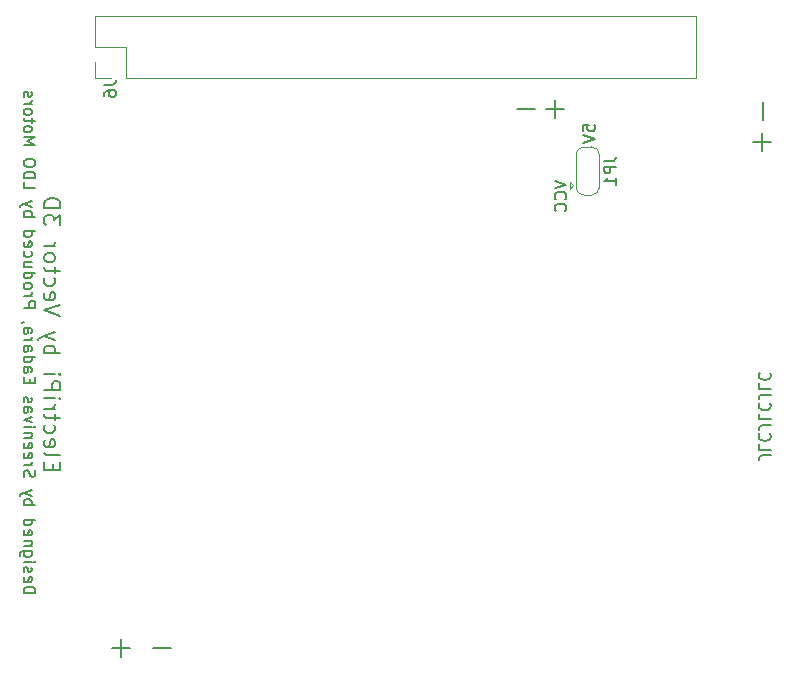
<source format=gbr>
%TF.GenerationSoftware,KiCad,Pcbnew,(6.0.4)*%
%TF.CreationDate,2022-07-11T14:54:25+01:00*%
%TF.ProjectId,PowerPi,506f7765-7250-4692-9e6b-696361645f70,rev?*%
%TF.SameCoordinates,Original*%
%TF.FileFunction,Legend,Bot*%
%TF.FilePolarity,Positive*%
%FSLAX46Y46*%
G04 Gerber Fmt 4.6, Leading zero omitted, Abs format (unit mm)*
G04 Created by KiCad (PCBNEW (6.0.4)) date 2022-07-11 14:54:25*
%MOMM*%
%LPD*%
G01*
G04 APERTURE LIST*
%ADD10C,0.200000*%
%ADD11C,0.150000*%
%ADD12C,0.120000*%
G04 APERTURE END LIST*
D10*
X88700000Y-92566666D02*
X88700000Y-92100000D01*
X87966666Y-91900000D02*
X87966666Y-92566666D01*
X89366666Y-92566666D01*
X89366666Y-91900000D01*
X87966666Y-91100000D02*
X88033333Y-91233333D01*
X88166666Y-91300000D01*
X89366666Y-91300000D01*
X88033333Y-90033333D02*
X87966666Y-90166666D01*
X87966666Y-90433333D01*
X88033333Y-90566666D01*
X88166666Y-90633333D01*
X88700000Y-90633333D01*
X88833333Y-90566666D01*
X88900000Y-90433333D01*
X88900000Y-90166666D01*
X88833333Y-90033333D01*
X88700000Y-89966666D01*
X88566666Y-89966666D01*
X88433333Y-90633333D01*
X88033333Y-88766666D02*
X87966666Y-88900000D01*
X87966666Y-89166666D01*
X88033333Y-89300000D01*
X88100000Y-89366666D01*
X88233333Y-89433333D01*
X88633333Y-89433333D01*
X88766666Y-89366666D01*
X88833333Y-89300000D01*
X88900000Y-89166666D01*
X88900000Y-88900000D01*
X88833333Y-88766666D01*
X88900000Y-88366666D02*
X88900000Y-87833333D01*
X89366666Y-88166666D02*
X88166666Y-88166666D01*
X88033333Y-88100000D01*
X87966666Y-87966666D01*
X87966666Y-87833333D01*
X87966666Y-87366666D02*
X88900000Y-87366666D01*
X88633333Y-87366666D02*
X88766666Y-87300000D01*
X88833333Y-87233333D01*
X88900000Y-87100000D01*
X88900000Y-86966666D01*
X87966666Y-86500000D02*
X88900000Y-86500000D01*
X89366666Y-86500000D02*
X89300000Y-86566666D01*
X89233333Y-86500000D01*
X89300000Y-86433333D01*
X89366666Y-86500000D01*
X89233333Y-86500000D01*
X87966666Y-85833333D02*
X89366666Y-85833333D01*
X89366666Y-85300000D01*
X89300000Y-85166666D01*
X89233333Y-85100000D01*
X89100000Y-85033333D01*
X88900000Y-85033333D01*
X88766666Y-85100000D01*
X88700000Y-85166666D01*
X88633333Y-85300000D01*
X88633333Y-85833333D01*
X87966666Y-84433333D02*
X88900000Y-84433333D01*
X89366666Y-84433333D02*
X89300000Y-84500000D01*
X89233333Y-84433333D01*
X89300000Y-84366666D01*
X89366666Y-84433333D01*
X89233333Y-84433333D01*
X87966666Y-82700000D02*
X89366666Y-82700000D01*
X88833333Y-82700000D02*
X88900000Y-82566666D01*
X88900000Y-82300000D01*
X88833333Y-82166666D01*
X88766666Y-82100000D01*
X88633333Y-82033333D01*
X88233333Y-82033333D01*
X88100000Y-82100000D01*
X88033333Y-82166666D01*
X87966666Y-82300000D01*
X87966666Y-82566666D01*
X88033333Y-82700000D01*
X88900000Y-81566666D02*
X87966666Y-81233333D01*
X88900000Y-80900000D02*
X87966666Y-81233333D01*
X87633333Y-81366666D01*
X87566666Y-81433333D01*
X87500000Y-81566666D01*
X89366666Y-79500000D02*
X87966666Y-79033333D01*
X89366666Y-78566666D01*
X88033333Y-77566666D02*
X87966666Y-77700000D01*
X87966666Y-77966666D01*
X88033333Y-78100000D01*
X88166666Y-78166666D01*
X88700000Y-78166666D01*
X88833333Y-78100000D01*
X88900000Y-77966666D01*
X88900000Y-77700000D01*
X88833333Y-77566666D01*
X88700000Y-77500000D01*
X88566666Y-77500000D01*
X88433333Y-78166666D01*
X88033333Y-76300000D02*
X87966666Y-76433333D01*
X87966666Y-76700000D01*
X88033333Y-76833333D01*
X88100000Y-76900000D01*
X88233333Y-76966666D01*
X88633333Y-76966666D01*
X88766666Y-76900000D01*
X88833333Y-76833333D01*
X88900000Y-76700000D01*
X88900000Y-76433333D01*
X88833333Y-76300000D01*
X88900000Y-75900000D02*
X88900000Y-75366666D01*
X89366666Y-75700000D02*
X88166666Y-75700000D01*
X88033333Y-75633333D01*
X87966666Y-75500000D01*
X87966666Y-75366666D01*
X87966666Y-74700000D02*
X88033333Y-74833333D01*
X88100000Y-74900000D01*
X88233333Y-74966666D01*
X88633333Y-74966666D01*
X88766666Y-74900000D01*
X88833333Y-74833333D01*
X88900000Y-74700000D01*
X88900000Y-74500000D01*
X88833333Y-74366666D01*
X88766666Y-74300000D01*
X88633333Y-74233333D01*
X88233333Y-74233333D01*
X88100000Y-74300000D01*
X88033333Y-74366666D01*
X87966666Y-74500000D01*
X87966666Y-74700000D01*
X87966666Y-73633333D02*
X88900000Y-73633333D01*
X88633333Y-73633333D02*
X88766666Y-73566666D01*
X88833333Y-73500000D01*
X88900000Y-73366666D01*
X88900000Y-73233333D01*
X89366666Y-71833333D02*
X89366666Y-70966666D01*
X88833333Y-71433333D01*
X88833333Y-71233333D01*
X88766666Y-71100000D01*
X88700000Y-71033333D01*
X88566666Y-70966666D01*
X88233333Y-70966666D01*
X88100000Y-71033333D01*
X88033333Y-71100000D01*
X87966666Y-71233333D01*
X87966666Y-71633333D01*
X88033333Y-71766666D01*
X88100000Y-71833333D01*
X87966666Y-70366666D02*
X89366666Y-70366666D01*
X89366666Y-70033333D01*
X89300000Y-69833333D01*
X89166666Y-69700000D01*
X89033333Y-69633333D01*
X88766666Y-69566666D01*
X88566666Y-69566666D01*
X88300000Y-69633333D01*
X88166666Y-69700000D01*
X88033333Y-69833333D01*
X87966666Y-70033333D01*
X87966666Y-70366666D01*
D11*
X86247619Y-103014285D02*
X87247619Y-103014285D01*
X87247619Y-102776190D01*
X87200000Y-102633333D01*
X87104761Y-102538095D01*
X87009523Y-102490476D01*
X86819047Y-102442857D01*
X86676190Y-102442857D01*
X86485714Y-102490476D01*
X86390476Y-102538095D01*
X86295238Y-102633333D01*
X86247619Y-102776190D01*
X86247619Y-103014285D01*
X86295238Y-101633333D02*
X86247619Y-101728571D01*
X86247619Y-101919047D01*
X86295238Y-102014285D01*
X86390476Y-102061904D01*
X86771428Y-102061904D01*
X86866666Y-102014285D01*
X86914285Y-101919047D01*
X86914285Y-101728571D01*
X86866666Y-101633333D01*
X86771428Y-101585714D01*
X86676190Y-101585714D01*
X86580952Y-102061904D01*
X86295238Y-101204761D02*
X86247619Y-101109523D01*
X86247619Y-100919047D01*
X86295238Y-100823809D01*
X86390476Y-100776190D01*
X86438095Y-100776190D01*
X86533333Y-100823809D01*
X86580952Y-100919047D01*
X86580952Y-101061904D01*
X86628571Y-101157142D01*
X86723809Y-101204761D01*
X86771428Y-101204761D01*
X86866666Y-101157142D01*
X86914285Y-101061904D01*
X86914285Y-100919047D01*
X86866666Y-100823809D01*
X86247619Y-100347619D02*
X86914285Y-100347619D01*
X87247619Y-100347619D02*
X87200000Y-100395238D01*
X87152380Y-100347619D01*
X87200000Y-100300000D01*
X87247619Y-100347619D01*
X87152380Y-100347619D01*
X86914285Y-99442857D02*
X86104761Y-99442857D01*
X86009523Y-99490476D01*
X85961904Y-99538095D01*
X85914285Y-99633333D01*
X85914285Y-99776190D01*
X85961904Y-99871428D01*
X86295238Y-99442857D02*
X86247619Y-99538095D01*
X86247619Y-99728571D01*
X86295238Y-99823809D01*
X86342857Y-99871428D01*
X86438095Y-99919047D01*
X86723809Y-99919047D01*
X86819047Y-99871428D01*
X86866666Y-99823809D01*
X86914285Y-99728571D01*
X86914285Y-99538095D01*
X86866666Y-99442857D01*
X86914285Y-98966666D02*
X86247619Y-98966666D01*
X86819047Y-98966666D02*
X86866666Y-98919047D01*
X86914285Y-98823809D01*
X86914285Y-98680952D01*
X86866666Y-98585714D01*
X86771428Y-98538095D01*
X86247619Y-98538095D01*
X86295238Y-97680952D02*
X86247619Y-97776190D01*
X86247619Y-97966666D01*
X86295238Y-98061904D01*
X86390476Y-98109523D01*
X86771428Y-98109523D01*
X86866666Y-98061904D01*
X86914285Y-97966666D01*
X86914285Y-97776190D01*
X86866666Y-97680952D01*
X86771428Y-97633333D01*
X86676190Y-97633333D01*
X86580952Y-98109523D01*
X86247619Y-96776190D02*
X87247619Y-96776190D01*
X86295238Y-96776190D02*
X86247619Y-96871428D01*
X86247619Y-97061904D01*
X86295238Y-97157142D01*
X86342857Y-97204761D01*
X86438095Y-97252380D01*
X86723809Y-97252380D01*
X86819047Y-97204761D01*
X86866666Y-97157142D01*
X86914285Y-97061904D01*
X86914285Y-96871428D01*
X86866666Y-96776190D01*
X86247619Y-95538095D02*
X87247619Y-95538095D01*
X86866666Y-95538095D02*
X86914285Y-95442857D01*
X86914285Y-95252380D01*
X86866666Y-95157142D01*
X86819047Y-95109523D01*
X86723809Y-95061904D01*
X86438095Y-95061904D01*
X86342857Y-95109523D01*
X86295238Y-95157142D01*
X86247619Y-95252380D01*
X86247619Y-95442857D01*
X86295238Y-95538095D01*
X86914285Y-94728571D02*
X86247619Y-94490476D01*
X86914285Y-94252380D02*
X86247619Y-94490476D01*
X86009523Y-94585714D01*
X85961904Y-94633333D01*
X85914285Y-94728571D01*
X86295238Y-93157142D02*
X86247619Y-93014285D01*
X86247619Y-92776190D01*
X86295238Y-92680952D01*
X86342857Y-92633333D01*
X86438095Y-92585714D01*
X86533333Y-92585714D01*
X86628571Y-92633333D01*
X86676190Y-92680952D01*
X86723809Y-92776190D01*
X86771428Y-92966666D01*
X86819047Y-93061904D01*
X86866666Y-93109523D01*
X86961904Y-93157142D01*
X87057142Y-93157142D01*
X87152380Y-93109523D01*
X87200000Y-93061904D01*
X87247619Y-92966666D01*
X87247619Y-92728571D01*
X87200000Y-92585714D01*
X86247619Y-92157142D02*
X86914285Y-92157142D01*
X86723809Y-92157142D02*
X86819047Y-92109523D01*
X86866666Y-92061904D01*
X86914285Y-91966666D01*
X86914285Y-91871428D01*
X86295238Y-91157142D02*
X86247619Y-91252380D01*
X86247619Y-91442857D01*
X86295238Y-91538095D01*
X86390476Y-91585714D01*
X86771428Y-91585714D01*
X86866666Y-91538095D01*
X86914285Y-91442857D01*
X86914285Y-91252380D01*
X86866666Y-91157142D01*
X86771428Y-91109523D01*
X86676190Y-91109523D01*
X86580952Y-91585714D01*
X86295238Y-90300000D02*
X86247619Y-90395238D01*
X86247619Y-90585714D01*
X86295238Y-90680952D01*
X86390476Y-90728571D01*
X86771428Y-90728571D01*
X86866666Y-90680952D01*
X86914285Y-90585714D01*
X86914285Y-90395238D01*
X86866666Y-90300000D01*
X86771428Y-90252380D01*
X86676190Y-90252380D01*
X86580952Y-90728571D01*
X86914285Y-89823809D02*
X86247619Y-89823809D01*
X86819047Y-89823809D02*
X86866666Y-89776190D01*
X86914285Y-89680952D01*
X86914285Y-89538095D01*
X86866666Y-89442857D01*
X86771428Y-89395238D01*
X86247619Y-89395238D01*
X86247619Y-88919047D02*
X86914285Y-88919047D01*
X87247619Y-88919047D02*
X87200000Y-88966666D01*
X87152380Y-88919047D01*
X87200000Y-88871428D01*
X87247619Y-88919047D01*
X87152380Y-88919047D01*
X86914285Y-88538095D02*
X86247619Y-88300000D01*
X86914285Y-88061904D01*
X86247619Y-87252380D02*
X86771428Y-87252380D01*
X86866666Y-87300000D01*
X86914285Y-87395238D01*
X86914285Y-87585714D01*
X86866666Y-87680952D01*
X86295238Y-87252380D02*
X86247619Y-87347619D01*
X86247619Y-87585714D01*
X86295238Y-87680952D01*
X86390476Y-87728571D01*
X86485714Y-87728571D01*
X86580952Y-87680952D01*
X86628571Y-87585714D01*
X86628571Y-87347619D01*
X86676190Y-87252380D01*
X86295238Y-86823809D02*
X86247619Y-86728571D01*
X86247619Y-86538095D01*
X86295238Y-86442857D01*
X86390476Y-86395238D01*
X86438095Y-86395238D01*
X86533333Y-86442857D01*
X86580952Y-86538095D01*
X86580952Y-86680952D01*
X86628571Y-86776190D01*
X86723809Y-86823809D01*
X86771428Y-86823809D01*
X86866666Y-86776190D01*
X86914285Y-86680952D01*
X86914285Y-86538095D01*
X86866666Y-86442857D01*
X86771428Y-85204761D02*
X86771428Y-84871428D01*
X86247619Y-84728571D02*
X86247619Y-85204761D01*
X87247619Y-85204761D01*
X87247619Y-84728571D01*
X86247619Y-83871428D02*
X86771428Y-83871428D01*
X86866666Y-83919047D01*
X86914285Y-84014285D01*
X86914285Y-84204761D01*
X86866666Y-84300000D01*
X86295238Y-83871428D02*
X86247619Y-83966666D01*
X86247619Y-84204761D01*
X86295238Y-84300000D01*
X86390476Y-84347619D01*
X86485714Y-84347619D01*
X86580952Y-84300000D01*
X86628571Y-84204761D01*
X86628571Y-83966666D01*
X86676190Y-83871428D01*
X86247619Y-82966666D02*
X87247619Y-82966666D01*
X86295238Y-82966666D02*
X86247619Y-83061904D01*
X86247619Y-83252380D01*
X86295238Y-83347619D01*
X86342857Y-83395238D01*
X86438095Y-83442857D01*
X86723809Y-83442857D01*
X86819047Y-83395238D01*
X86866666Y-83347619D01*
X86914285Y-83252380D01*
X86914285Y-83061904D01*
X86866666Y-82966666D01*
X86247619Y-82061904D02*
X86771428Y-82061904D01*
X86866666Y-82109523D01*
X86914285Y-82204761D01*
X86914285Y-82395238D01*
X86866666Y-82490476D01*
X86295238Y-82061904D02*
X86247619Y-82157142D01*
X86247619Y-82395238D01*
X86295238Y-82490476D01*
X86390476Y-82538095D01*
X86485714Y-82538095D01*
X86580952Y-82490476D01*
X86628571Y-82395238D01*
X86628571Y-82157142D01*
X86676190Y-82061904D01*
X86247619Y-81585714D02*
X86914285Y-81585714D01*
X86723809Y-81585714D02*
X86819047Y-81538095D01*
X86866666Y-81490476D01*
X86914285Y-81395238D01*
X86914285Y-81300000D01*
X86247619Y-80538095D02*
X86771428Y-80538095D01*
X86866666Y-80585714D01*
X86914285Y-80680952D01*
X86914285Y-80871428D01*
X86866666Y-80966666D01*
X86295238Y-80538095D02*
X86247619Y-80633333D01*
X86247619Y-80871428D01*
X86295238Y-80966666D01*
X86390476Y-81014285D01*
X86485714Y-81014285D01*
X86580952Y-80966666D01*
X86628571Y-80871428D01*
X86628571Y-80633333D01*
X86676190Y-80538095D01*
X86295238Y-80014285D02*
X86247619Y-80014285D01*
X86152380Y-80061904D01*
X86104761Y-80109523D01*
X86247619Y-78823809D02*
X87247619Y-78823809D01*
X87247619Y-78442857D01*
X87200000Y-78347619D01*
X87152380Y-78300000D01*
X87057142Y-78252380D01*
X86914285Y-78252380D01*
X86819047Y-78300000D01*
X86771428Y-78347619D01*
X86723809Y-78442857D01*
X86723809Y-78823809D01*
X86247619Y-77823809D02*
X86914285Y-77823809D01*
X86723809Y-77823809D02*
X86819047Y-77776190D01*
X86866666Y-77728571D01*
X86914285Y-77633333D01*
X86914285Y-77538095D01*
X86247619Y-77061904D02*
X86295238Y-77157142D01*
X86342857Y-77204761D01*
X86438095Y-77252380D01*
X86723809Y-77252380D01*
X86819047Y-77204761D01*
X86866666Y-77157142D01*
X86914285Y-77061904D01*
X86914285Y-76919047D01*
X86866666Y-76823809D01*
X86819047Y-76776190D01*
X86723809Y-76728571D01*
X86438095Y-76728571D01*
X86342857Y-76776190D01*
X86295238Y-76823809D01*
X86247619Y-76919047D01*
X86247619Y-77061904D01*
X86247619Y-75871428D02*
X87247619Y-75871428D01*
X86295238Y-75871428D02*
X86247619Y-75966666D01*
X86247619Y-76157142D01*
X86295238Y-76252380D01*
X86342857Y-76300000D01*
X86438095Y-76347619D01*
X86723809Y-76347619D01*
X86819047Y-76300000D01*
X86866666Y-76252380D01*
X86914285Y-76157142D01*
X86914285Y-75966666D01*
X86866666Y-75871428D01*
X86914285Y-74966666D02*
X86247619Y-74966666D01*
X86914285Y-75395238D02*
X86390476Y-75395238D01*
X86295238Y-75347619D01*
X86247619Y-75252380D01*
X86247619Y-75109523D01*
X86295238Y-75014285D01*
X86342857Y-74966666D01*
X86295238Y-74061904D02*
X86247619Y-74157142D01*
X86247619Y-74347619D01*
X86295238Y-74442857D01*
X86342857Y-74490476D01*
X86438095Y-74538095D01*
X86723809Y-74538095D01*
X86819047Y-74490476D01*
X86866666Y-74442857D01*
X86914285Y-74347619D01*
X86914285Y-74157142D01*
X86866666Y-74061904D01*
X86295238Y-73252380D02*
X86247619Y-73347619D01*
X86247619Y-73538095D01*
X86295238Y-73633333D01*
X86390476Y-73680952D01*
X86771428Y-73680952D01*
X86866666Y-73633333D01*
X86914285Y-73538095D01*
X86914285Y-73347619D01*
X86866666Y-73252380D01*
X86771428Y-73204761D01*
X86676190Y-73204761D01*
X86580952Y-73680952D01*
X86247619Y-72347619D02*
X87247619Y-72347619D01*
X86295238Y-72347619D02*
X86247619Y-72442857D01*
X86247619Y-72633333D01*
X86295238Y-72728571D01*
X86342857Y-72776190D01*
X86438095Y-72823809D01*
X86723809Y-72823809D01*
X86819047Y-72776190D01*
X86866666Y-72728571D01*
X86914285Y-72633333D01*
X86914285Y-72442857D01*
X86866666Y-72347619D01*
X86247619Y-71109523D02*
X87247619Y-71109523D01*
X86866666Y-71109523D02*
X86914285Y-71014285D01*
X86914285Y-70823809D01*
X86866666Y-70728571D01*
X86819047Y-70680952D01*
X86723809Y-70633333D01*
X86438095Y-70633333D01*
X86342857Y-70680952D01*
X86295238Y-70728571D01*
X86247619Y-70823809D01*
X86247619Y-71014285D01*
X86295238Y-71109523D01*
X86914285Y-70300000D02*
X86247619Y-70061904D01*
X86914285Y-69823809D02*
X86247619Y-70061904D01*
X86009523Y-70157142D01*
X85961904Y-70204761D01*
X85914285Y-70300000D01*
X86247619Y-68204761D02*
X86247619Y-68680952D01*
X87247619Y-68680952D01*
X86247619Y-67871428D02*
X87247619Y-67871428D01*
X87247619Y-67633333D01*
X87200000Y-67490476D01*
X87104761Y-67395238D01*
X87009523Y-67347619D01*
X86819047Y-67300000D01*
X86676190Y-67300000D01*
X86485714Y-67347619D01*
X86390476Y-67395238D01*
X86295238Y-67490476D01*
X86247619Y-67633333D01*
X86247619Y-67871428D01*
X87247619Y-66680952D02*
X87247619Y-66490476D01*
X87200000Y-66395238D01*
X87104761Y-66300000D01*
X86914285Y-66252380D01*
X86580952Y-66252380D01*
X86390476Y-66300000D01*
X86295238Y-66395238D01*
X86247619Y-66490476D01*
X86247619Y-66680952D01*
X86295238Y-66776190D01*
X86390476Y-66871428D01*
X86580952Y-66919047D01*
X86914285Y-66919047D01*
X87104761Y-66871428D01*
X87200000Y-66776190D01*
X87247619Y-66680952D01*
X86247619Y-65061904D02*
X87247619Y-65061904D01*
X86533333Y-64728571D01*
X87247619Y-64395238D01*
X86247619Y-64395238D01*
X86247619Y-63776190D02*
X86295238Y-63871428D01*
X86342857Y-63919047D01*
X86438095Y-63966666D01*
X86723809Y-63966666D01*
X86819047Y-63919047D01*
X86866666Y-63871428D01*
X86914285Y-63776190D01*
X86914285Y-63633333D01*
X86866666Y-63538095D01*
X86819047Y-63490476D01*
X86723809Y-63442857D01*
X86438095Y-63442857D01*
X86342857Y-63490476D01*
X86295238Y-63538095D01*
X86247619Y-63633333D01*
X86247619Y-63776190D01*
X86914285Y-63157142D02*
X86914285Y-62776190D01*
X87247619Y-63014285D02*
X86390476Y-63014285D01*
X86295238Y-62966666D01*
X86247619Y-62871428D01*
X86247619Y-62776190D01*
X86247619Y-62300000D02*
X86295238Y-62395238D01*
X86342857Y-62442857D01*
X86438095Y-62490476D01*
X86723809Y-62490476D01*
X86819047Y-62442857D01*
X86866666Y-62395238D01*
X86914285Y-62300000D01*
X86914285Y-62157142D01*
X86866666Y-62061904D01*
X86819047Y-62014285D01*
X86723809Y-61966666D01*
X86438095Y-61966666D01*
X86342857Y-62014285D01*
X86295238Y-62061904D01*
X86247619Y-62157142D01*
X86247619Y-62300000D01*
X86247619Y-61538095D02*
X86914285Y-61538095D01*
X86723809Y-61538095D02*
X86819047Y-61490476D01*
X86866666Y-61442857D01*
X86914285Y-61347619D01*
X86914285Y-61252380D01*
X86295238Y-60966666D02*
X86247619Y-60871428D01*
X86247619Y-60680952D01*
X86295238Y-60585714D01*
X86390476Y-60538095D01*
X86438095Y-60538095D01*
X86533333Y-60585714D01*
X86580952Y-60680952D01*
X86580952Y-60823809D01*
X86628571Y-60919047D01*
X86723809Y-60966666D01*
X86771428Y-60966666D01*
X86866666Y-60919047D01*
X86914285Y-60823809D01*
X86914285Y-60680952D01*
X86866666Y-60585714D01*
X132011904Y-62042857D02*
X130488095Y-62042857D01*
X131250000Y-62804761D02*
X131250000Y-61280952D01*
X133602380Y-63859523D02*
X133602380Y-63383333D01*
X134078571Y-63335714D01*
X134030952Y-63383333D01*
X133983333Y-63478571D01*
X133983333Y-63716666D01*
X134030952Y-63811904D01*
X134078571Y-63859523D01*
X134173809Y-63907142D01*
X134411904Y-63907142D01*
X134507142Y-63859523D01*
X134554761Y-63811904D01*
X134602380Y-63716666D01*
X134602380Y-63478571D01*
X134554761Y-63383333D01*
X134507142Y-63335714D01*
X133602380Y-64192857D02*
X134602380Y-64526190D01*
X133602380Y-64859523D01*
X95261904Y-107642857D02*
X93738095Y-107642857D01*
X94500000Y-108404761D02*
X94500000Y-106880952D01*
X149497619Y-91333333D02*
X148783333Y-91333333D01*
X148640476Y-91380952D01*
X148545238Y-91476190D01*
X148497619Y-91619047D01*
X148497619Y-91714285D01*
X148497619Y-90380952D02*
X148497619Y-90857142D01*
X149497619Y-90857142D01*
X148592857Y-89476190D02*
X148545238Y-89523809D01*
X148497619Y-89666666D01*
X148497619Y-89761904D01*
X148545238Y-89904761D01*
X148640476Y-90000000D01*
X148735714Y-90047619D01*
X148926190Y-90095238D01*
X149069047Y-90095238D01*
X149259523Y-90047619D01*
X149354761Y-90000000D01*
X149450000Y-89904761D01*
X149497619Y-89761904D01*
X149497619Y-89666666D01*
X149450000Y-89523809D01*
X149402380Y-89476190D01*
X149497619Y-88761904D02*
X148783333Y-88761904D01*
X148640476Y-88809523D01*
X148545238Y-88904761D01*
X148497619Y-89047619D01*
X148497619Y-89142857D01*
X148497619Y-87809523D02*
X148497619Y-88285714D01*
X149497619Y-88285714D01*
X148592857Y-86904761D02*
X148545238Y-86952380D01*
X148497619Y-87095238D01*
X148497619Y-87190476D01*
X148545238Y-87333333D01*
X148640476Y-87428571D01*
X148735714Y-87476190D01*
X148926190Y-87523809D01*
X149069047Y-87523809D01*
X149259523Y-87476190D01*
X149354761Y-87428571D01*
X149450000Y-87333333D01*
X149497619Y-87190476D01*
X149497619Y-87095238D01*
X149450000Y-86952380D01*
X149402380Y-86904761D01*
X149497619Y-86190476D02*
X148783333Y-86190476D01*
X148640476Y-86238095D01*
X148545238Y-86333333D01*
X148497619Y-86476190D01*
X148497619Y-86571428D01*
X148497619Y-85238095D02*
X148497619Y-85714285D01*
X149497619Y-85714285D01*
X148592857Y-84333333D02*
X148545238Y-84380952D01*
X148497619Y-84523809D01*
X148497619Y-84619047D01*
X148545238Y-84761904D01*
X148640476Y-84857142D01*
X148735714Y-84904761D01*
X148926190Y-84952380D01*
X149069047Y-84952380D01*
X149259523Y-84904761D01*
X149354761Y-84857142D01*
X149450000Y-84761904D01*
X149497619Y-84619047D01*
X149497619Y-84523809D01*
X149450000Y-84380952D01*
X149402380Y-84333333D01*
X148842857Y-61438095D02*
X148842857Y-62961904D01*
X98761904Y-107642857D02*
X97238095Y-107642857D01*
X131202380Y-68066666D02*
X132202380Y-68400000D01*
X131202380Y-68733333D01*
X132107142Y-69638095D02*
X132154761Y-69590476D01*
X132202380Y-69447619D01*
X132202380Y-69352380D01*
X132154761Y-69209523D01*
X132059523Y-69114285D01*
X131964285Y-69066666D01*
X131773809Y-69019047D01*
X131630952Y-69019047D01*
X131440476Y-69066666D01*
X131345238Y-69114285D01*
X131250000Y-69209523D01*
X131202380Y-69352380D01*
X131202380Y-69447619D01*
X131250000Y-69590476D01*
X131297619Y-69638095D01*
X132107142Y-70638095D02*
X132154761Y-70590476D01*
X132202380Y-70447619D01*
X132202380Y-70352380D01*
X132154761Y-70209523D01*
X132059523Y-70114285D01*
X131964285Y-70066666D01*
X131773809Y-70019047D01*
X131630952Y-70019047D01*
X131440476Y-70066666D01*
X131345238Y-70114285D01*
X131250000Y-70209523D01*
X131202380Y-70352380D01*
X131202380Y-70447619D01*
X131250000Y-70590476D01*
X131297619Y-70638095D01*
X148742857Y-64038095D02*
X148742857Y-65561904D01*
X149504761Y-64800000D02*
X147980952Y-64800000D01*
X129511904Y-62042857D02*
X127988095Y-62042857D01*
%TO.C,J6*%
X93052380Y-59966666D02*
X93766666Y-59966666D01*
X93909523Y-59919047D01*
X94004761Y-59823809D01*
X94052380Y-59680952D01*
X94052380Y-59585714D01*
X93052380Y-60871428D02*
X93052380Y-60680952D01*
X93100000Y-60585714D01*
X93147619Y-60538095D01*
X93290476Y-60442857D01*
X93480952Y-60395238D01*
X93861904Y-60395238D01*
X93957142Y-60442857D01*
X94004761Y-60490476D01*
X94052380Y-60585714D01*
X94052380Y-60776190D01*
X94004761Y-60871428D01*
X93957142Y-60919047D01*
X93861904Y-60966666D01*
X93623809Y-60966666D01*
X93528571Y-60919047D01*
X93480952Y-60871428D01*
X93433333Y-60776190D01*
X93433333Y-60585714D01*
X93480952Y-60490476D01*
X93528571Y-60442857D01*
X93623809Y-60395238D01*
%TO.C,JP1*%
X135402380Y-66416666D02*
X136116666Y-66416666D01*
X136259523Y-66369047D01*
X136354761Y-66273809D01*
X136402380Y-66130952D01*
X136402380Y-66035714D01*
X136402380Y-66892857D02*
X135402380Y-66892857D01*
X135402380Y-67273809D01*
X135450000Y-67369047D01*
X135497619Y-67416666D01*
X135592857Y-67464285D01*
X135735714Y-67464285D01*
X135830952Y-67416666D01*
X135878571Y-67369047D01*
X135926190Y-67273809D01*
X135926190Y-66892857D01*
X136402380Y-68416666D02*
X136402380Y-67845238D01*
X136402380Y-68130952D02*
X135402380Y-68130952D01*
X135545238Y-68035714D01*
X135640476Y-67940476D01*
X135688095Y-67845238D01*
D12*
%TO.C,J6*%
X94890000Y-56750000D02*
X94890000Y-59350000D01*
X94890000Y-59350000D02*
X143210000Y-59350000D01*
X92290000Y-56750000D02*
X94890000Y-56750000D01*
X143210000Y-54150000D02*
X143210000Y-59350000D01*
X92290000Y-54150000D02*
X92290000Y-56750000D01*
X92290000Y-59350000D02*
X93620000Y-59350000D01*
X92290000Y-54150000D02*
X143210000Y-54150000D01*
X92290000Y-58020000D02*
X92290000Y-59350000D01*
%TO.C,JP1*%
X132800000Y-68450000D02*
X132500000Y-68150000D01*
X132800000Y-68450000D02*
X132500000Y-68750000D01*
X134300000Y-65200000D02*
X133700000Y-65200000D01*
X133000000Y-65850000D02*
X133000000Y-68650000D01*
X135000000Y-68650000D02*
X135000000Y-65850000D01*
X133700000Y-69300000D02*
X134300000Y-69300000D01*
X132500000Y-68750000D02*
X132500000Y-68150000D01*
X133000000Y-68600000D02*
G75*
G03*
X133700000Y-69300000I699999J-1D01*
G01*
X134300000Y-69300000D02*
G75*
G03*
X135000000Y-68600000I1J699999D01*
G01*
X135000000Y-65900000D02*
G75*
G03*
X134300000Y-65200000I-700000J0D01*
G01*
X133700000Y-65200000D02*
G75*
G03*
X133000000Y-65900000I0J-700000D01*
G01*
%TD*%
M02*

</source>
